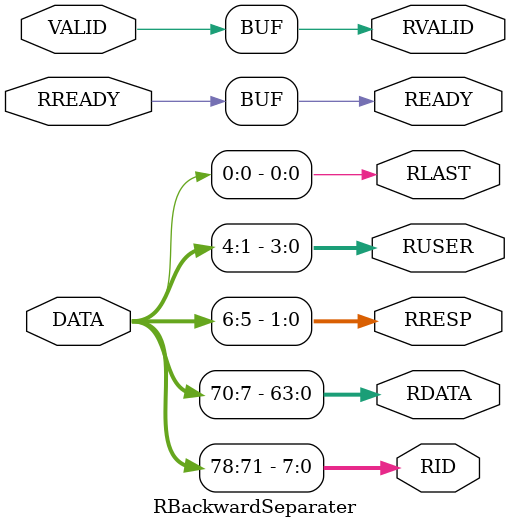
<source format=v>
/* Company:
** Engineer:  mgwang37  mgwang37@126.com
**
** Create Date: 05/13/2023 09:00:52 AM
** Design Name:
** Module Name: RBackwardSeparater
** Project Name: AXI4Bus
** Description:
**
** Dependencies:
**
** Revision:
** Revision 0.01 - File Created
** Additional Comments:
*/

`timescale 1ns / 1ps

module RBackwardSeparater
(
	input    [78:0] DATA,
	input           VALID,
	output          READY,

	output    [7:0] RID,
	output   [63:0] RDATA,
	output    [1:0] RRESP,
	output    [3:0] RUSER,
	output          RLAST,
	output          RVALID,
	input           RREADY
);

assign {RID,RDATA,RRESP,RUSER,RLAST} = DATA;
assign RVALID = VALID;
assign READY = RREADY;

endmodule


</source>
